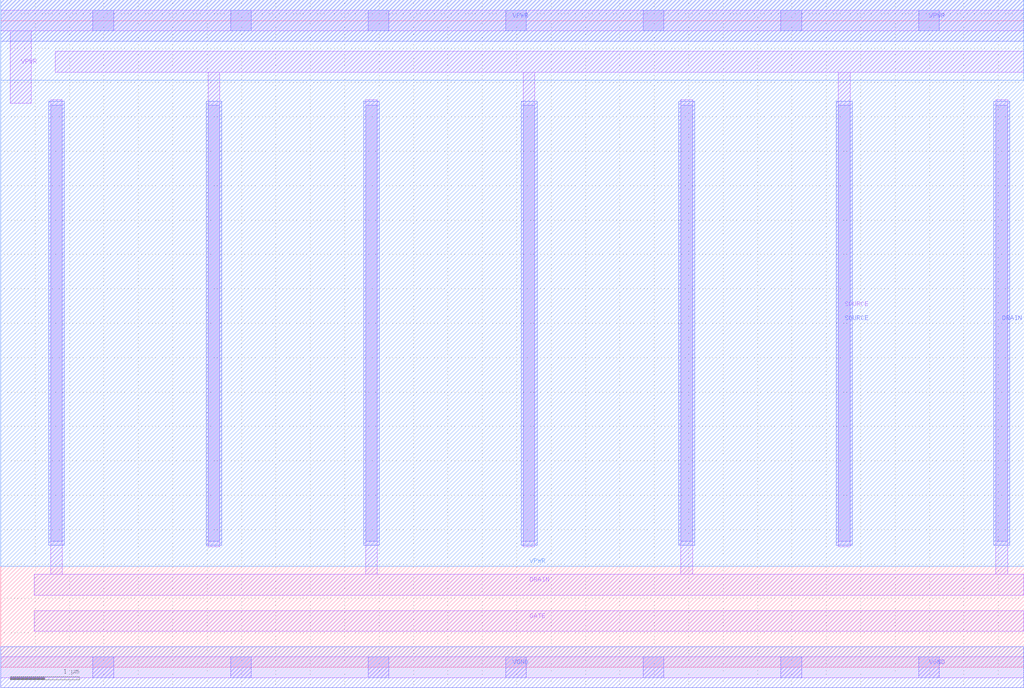
<source format=lef>
VERSION 5.7 ;
  NOWIREEXTENSIONATPIN ON ;
  DIVIDERCHAR "/" ;
  BUSBITCHARS "[]" ;
MACRO sky130_asc_pfet_01v8_lvt_6
  CLASS CORE ;
  FOREIGN sky130_asc_pfet_01v8_lvt_6 ;
  ORIGIN 0.000 0.000 ;
  SIZE 14.875 BY 9.400 ;
  SITE unitasc ;
  PIN GATE
    DIRECTION INOUT ;
    USE SIGNAL ;
    ANTENNAGATEAREA 77.400002 ;
    PORT
      LAYER li1 ;
        RECT 0.490 0.520 14.870 0.820 ;
    END
  END GATE
  PIN SOURCE
    DIRECTION INOUT ;
    USE SIGNAL ;
    ANTENNADIFFAREA 5.611500 ;
    PORT
      LAYER li1 ;
        RECT 0.790 8.650 14.870 8.950 ;
        RECT 3.015 1.755 3.185 8.650 ;
        RECT 7.595 1.755 7.765 8.650 ;
        RECT 12.175 1.755 12.345 8.650 ;
      LAYER mcon ;
        RECT 3.015 1.835 3.185 8.165 ;
        RECT 7.595 1.835 7.765 8.165 ;
        RECT 12.175 1.835 12.345 8.165 ;
      LAYER met1 ;
        RECT 2.985 1.775 3.215 8.225 ;
        RECT 7.565 1.775 7.795 8.225 ;
        RECT 12.145 1.775 12.375 8.225 ;
    END
  END SOURCE
  PIN DRAIN
    DIRECTION INOUT ;
    USE SIGNAL ;
    ANTENNADIFFAREA 7.482000 ;
    PORT
      LAYER li1 ;
        RECT 0.725 1.350 0.895 8.245 ;
        RECT 5.305 1.350 5.475 8.245 ;
        RECT 9.885 1.350 10.055 8.245 ;
        RECT 14.465 1.350 14.635 8.245 ;
        RECT 0.490 1.050 14.870 1.350 ;
      LAYER mcon ;
        RECT 0.725 1.835 0.895 8.165 ;
        RECT 5.305 1.835 5.475 8.165 ;
        RECT 9.885 1.835 10.055 8.165 ;
        RECT 14.465 1.835 14.635 8.165 ;
      LAYER met1 ;
        RECT 0.695 1.775 0.925 8.225 ;
        RECT 5.275 1.775 5.505 8.225 ;
        RECT 9.855 1.775 10.085 8.225 ;
        RECT 14.435 1.775 14.665 8.225 ;
    END
  END DRAIN
  PIN VPWR
    DIRECTION INOUT ;
    USE POWER ;
    PORT
      LAYER nwell ;
        RECT 0.000 8.535 14.870 9.700 ;
        RECT 0.000 1.470 14.875 8.535 ;
        RECT 0.485 1.465 14.875 1.470 ;
      LAYER li1 ;
        RECT 0.000 9.250 14.870 9.550 ;
        RECT 0.140 8.200 0.440 9.250 ;
      LAYER mcon ;
        RECT 1.340 9.250 1.640 9.550 ;
        RECT 3.340 9.250 3.640 9.550 ;
        RECT 5.340 9.250 5.640 9.550 ;
        RECT 7.340 9.250 7.640 9.550 ;
        RECT 9.340 9.250 9.640 9.550 ;
        RECT 11.340 9.250 11.640 9.550 ;
        RECT 13.340 9.250 13.640 9.550 ;
      LAYER met1 ;
        RECT 0.000 9.100 14.870 9.700 ;
    END
  END VPWR
  PIN VGND
    DIRECTION INOUT ;
    USE GROUND ;
    PORT
      LAYER li1 ;
        RECT 0.000 -0.150 14.870 0.150 ;
      LAYER mcon ;
        RECT 1.340 -0.150 1.640 0.150 ;
        RECT 3.340 -0.150 3.640 0.150 ;
        RECT 5.340 -0.150 5.640 0.150 ;
        RECT 7.340 -0.150 7.640 0.150 ;
        RECT 9.340 -0.150 9.640 0.150 ;
        RECT 11.340 -0.150 11.640 0.150 ;
        RECT 13.340 -0.150 13.640 0.150 ;
      LAYER met1 ;
        RECT 0.000 -0.300 14.870 0.300 ;
    END
  END VGND
END sky130_asc_pfet_01v8_lvt_6
END LIBRARY


</source>
